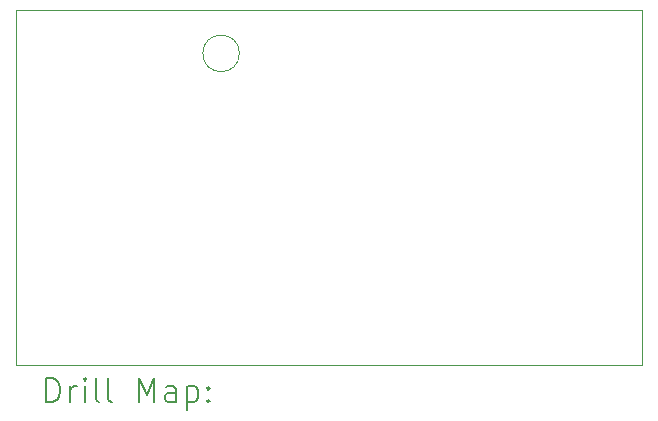
<source format=gbr>
%TF.GenerationSoftware,KiCad,Pcbnew,7.0.10*%
%TF.CreationDate,2024-10-22T16:12:57+01:00*%
%TF.ProjectId,RL78I1C_PMOD_PROG_ADAPTOR_ISO,524c3738-4931-4435-9f50-4d4f445f5052,0*%
%TF.SameCoordinates,PX58b5f60PY7997ee0*%
%TF.FileFunction,Drillmap*%
%TF.FilePolarity,Positive*%
%FSLAX45Y45*%
G04 Gerber Fmt 4.5, Leading zero omitted, Abs format (unit mm)*
G04 Created by KiCad (PCBNEW 7.0.10) date 2024-10-22 16:12:57*
%MOMM*%
%LPD*%
G01*
G04 APERTURE LIST*
%ADD10C,0.100000*%
%ADD11C,0.200000*%
G04 APERTURE END LIST*
D10*
X0Y3000000D02*
X5300000Y3000000D01*
X5300000Y0D01*
X0Y0D01*
X0Y3000000D01*
X1889125Y2634250D02*
G75*
G03*
X1579125Y2634250I-155000J0D01*
G01*
X1579125Y2634250D02*
G75*
G03*
X1889125Y2634250I155000J0D01*
G01*
D11*
X255777Y-316484D02*
X255777Y-116484D01*
X255777Y-116484D02*
X303396Y-116484D01*
X303396Y-116484D02*
X331967Y-126008D01*
X331967Y-126008D02*
X351015Y-145055D01*
X351015Y-145055D02*
X360539Y-164103D01*
X360539Y-164103D02*
X370062Y-202198D01*
X370062Y-202198D02*
X370062Y-230769D01*
X370062Y-230769D02*
X360539Y-268865D01*
X360539Y-268865D02*
X351015Y-287912D01*
X351015Y-287912D02*
X331967Y-306960D01*
X331967Y-306960D02*
X303396Y-316484D01*
X303396Y-316484D02*
X255777Y-316484D01*
X455777Y-316484D02*
X455777Y-183150D01*
X455777Y-221246D02*
X465301Y-202198D01*
X465301Y-202198D02*
X474824Y-192674D01*
X474824Y-192674D02*
X493872Y-183150D01*
X493872Y-183150D02*
X512920Y-183150D01*
X579586Y-316484D02*
X579586Y-183150D01*
X579586Y-116484D02*
X570063Y-126008D01*
X570063Y-126008D02*
X579586Y-135531D01*
X579586Y-135531D02*
X589110Y-126008D01*
X589110Y-126008D02*
X579586Y-116484D01*
X579586Y-116484D02*
X579586Y-135531D01*
X703396Y-316484D02*
X684348Y-306960D01*
X684348Y-306960D02*
X674824Y-287912D01*
X674824Y-287912D02*
X674824Y-116484D01*
X808158Y-316484D02*
X789110Y-306960D01*
X789110Y-306960D02*
X779586Y-287912D01*
X779586Y-287912D02*
X779586Y-116484D01*
X1036729Y-316484D02*
X1036729Y-116484D01*
X1036729Y-116484D02*
X1103396Y-259341D01*
X1103396Y-259341D02*
X1170063Y-116484D01*
X1170063Y-116484D02*
X1170063Y-316484D01*
X1351015Y-316484D02*
X1351015Y-211722D01*
X1351015Y-211722D02*
X1341491Y-192674D01*
X1341491Y-192674D02*
X1322444Y-183150D01*
X1322444Y-183150D02*
X1284348Y-183150D01*
X1284348Y-183150D02*
X1265301Y-192674D01*
X1351015Y-306960D02*
X1331967Y-316484D01*
X1331967Y-316484D02*
X1284348Y-316484D01*
X1284348Y-316484D02*
X1265301Y-306960D01*
X1265301Y-306960D02*
X1255777Y-287912D01*
X1255777Y-287912D02*
X1255777Y-268865D01*
X1255777Y-268865D02*
X1265301Y-249817D01*
X1265301Y-249817D02*
X1284348Y-240293D01*
X1284348Y-240293D02*
X1331967Y-240293D01*
X1331967Y-240293D02*
X1351015Y-230769D01*
X1446253Y-183150D02*
X1446253Y-383150D01*
X1446253Y-192674D02*
X1465301Y-183150D01*
X1465301Y-183150D02*
X1503396Y-183150D01*
X1503396Y-183150D02*
X1522443Y-192674D01*
X1522443Y-192674D02*
X1531967Y-202198D01*
X1531967Y-202198D02*
X1541491Y-221246D01*
X1541491Y-221246D02*
X1541491Y-278389D01*
X1541491Y-278389D02*
X1531967Y-297436D01*
X1531967Y-297436D02*
X1522443Y-306960D01*
X1522443Y-306960D02*
X1503396Y-316484D01*
X1503396Y-316484D02*
X1465301Y-316484D01*
X1465301Y-316484D02*
X1446253Y-306960D01*
X1627205Y-297436D02*
X1636729Y-306960D01*
X1636729Y-306960D02*
X1627205Y-316484D01*
X1627205Y-316484D02*
X1617682Y-306960D01*
X1617682Y-306960D02*
X1627205Y-297436D01*
X1627205Y-297436D02*
X1627205Y-316484D01*
X1627205Y-192674D02*
X1636729Y-202198D01*
X1636729Y-202198D02*
X1627205Y-211722D01*
X1627205Y-211722D02*
X1617682Y-202198D01*
X1617682Y-202198D02*
X1627205Y-192674D01*
X1627205Y-192674D02*
X1627205Y-211722D01*
M02*

</source>
